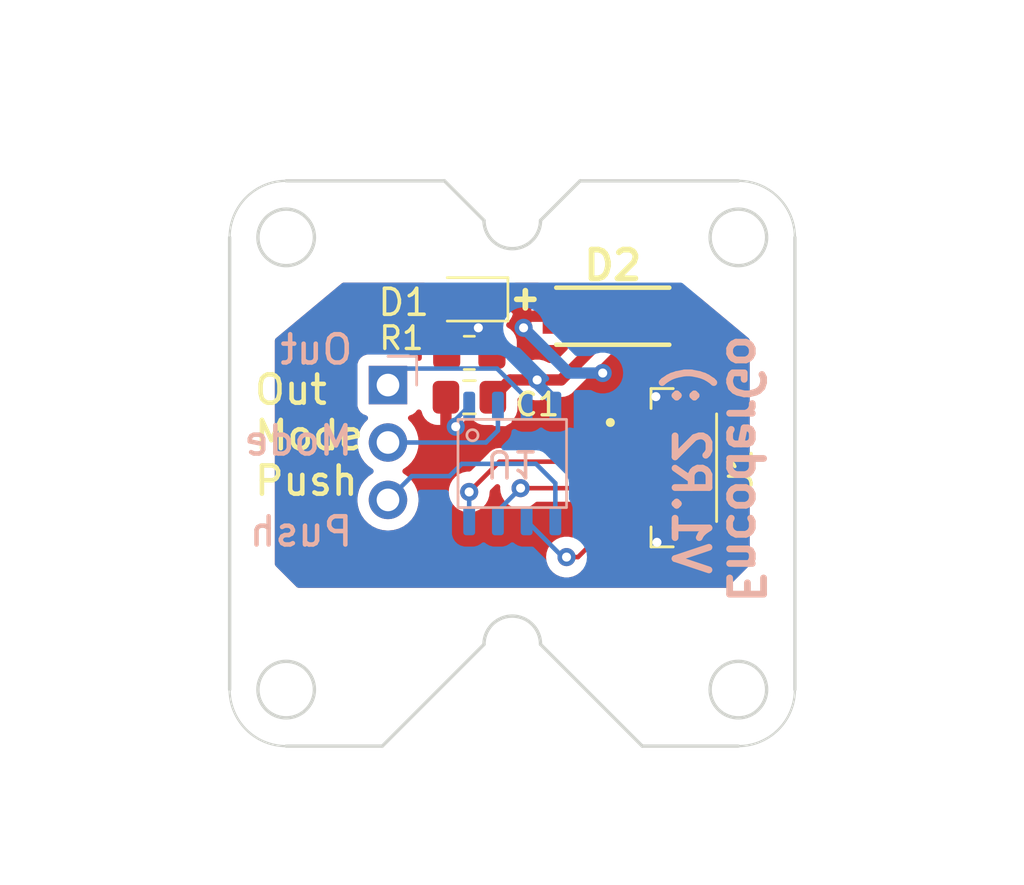
<source format=kicad_pcb>
(kicad_pcb (version 20221018) (generator pcbnew)
  (layers (0 "F.Cu" signal) (31 "B.Cu" signal) (34 "B.Paste" user) (35 "F.Paste" user) (36 "B.SilkS" user "B.Silkscreen") (37 "F.SilkS" user "F.Silkscreen") (38 "B.Mask" user) (39 "F.Mask" user) (44 "Edge.Cuts" user))
  (net 0 "")
  (net 1 "+3.3V")
  (net 2 "GND")
  (net 3 "Net-(D1-A)")
  (net 4 "SDA")
  (net 5 "SCL")
  (net 6 "CS")
  (net 7 "Net-(J2-Pin_1)")
  (net 8 "Net-(J2-Pin_2)")
  (net 9 "Net-(J2-Pin_3)")
  (footprint "Resistor_SMD:R_0805_2012Metric_Pad1.20x1.40mm_HandSolder" (layer "F.Cu") (at 148.100318 95.107832)
    (fp_text reference "R1" (at -3 -0.65) (layer "F.SilkS"))
    (fp_text value "1k")
    (fp_line (start -0.227064 -0.735) (end 0.227064 -0.735) (stroke (width 0.12)) (layer "F.SilkS"))
    (fp_line (start -0.227064 0.735) (end 0.227064 0.735) (stroke (width 0.12)) (layer "F.SilkS"))
    (pad "1" smd roundrect (at -1 0) (size 1.2 1.4) (layers "F.Cu" "F.Paste" "F.Mask") (roundrect_rratio 0.208333) (net 3 "Net-(D1-A)"))
    (pad "2" smd roundrect (at 1 0) (size 1.2 1.4) (layers "F.Cu" "F.Paste" "F.Mask") (roundrect_rratio 0.208333) (net 2 "GND"))
  )
  (footprint "Diode_SMD:D_0805_2012Metric" (layer "F.Cu") (at 148.123001 92.740999 180)
    (fp_text reference "D1" (at 2.925002 -0.134999 180) (layer "F.SilkS") (effects (font (size 1.15 1.15) (thickness 0.16))))
    (fp_text value "LED")
    (fp_line (start -1.685 -0.96) (end -1.685 0.96) (stroke (width 0.12)) (layer "F.SilkS"))
    (fp_line (start -1.685 0.96) (end 1 0.96) (stroke (width 0.12)) (layer "F.SilkS"))
    (fp_line (start 1 -0.96) (end -1.685 -0.96) (stroke (width 0.12)) (layer "F.SilkS"))
    (pad "1" smd roundrect (at -0.9375 0 180) (size 0.975 1.4) (layers "F.Cu" "F.Paste" "F.Mask") (net 1 "+3.3V"))
    (pad "2" smd roundrect (at 0.9375 0 180) (size 0.975 1.4) (layers "F.Cu" "F.Paste" "F.Mask") (net 3 "Net-(D1-A)"))
  )
  (footprint "Capacitor_SMD:C_0805_2012Metric_Pad1.18x1.45mm_HandSolder" (layer "F.Cu") (at 148.104058 97.070701)
    (fp_text reference "C1" (at 3 0.32) (layer "F.SilkS"))
    (fp_text value "0.1uF")
    (fp_line (start -0.261252 -0.735) (end 0.261252 -0.735) (stroke (width 0.12)) (layer "F.SilkS"))
    (fp_line (start -0.261252 0.735) (end 0.261252 0.735) (stroke (width 0.12)) (layer "F.SilkS"))
    (pad "1" smd roundrect (at -1.0375 0) (size 1.175 1.45) (layers "F.Cu" "F.Paste" "F.Mask") (roundrect_rratio 0.212766) (net 1 "+3.3V"))
    (pad "2" smd roundrect (at 1.0375 0) (size 1.175 1.45) (layers "F.Cu" "F.Paste" "F.Mask") (roundrect_rratio 0.212766) (net 2 "GND"))
  )
  (footprint "SnapEDA Library:JST_BM05B-SRSS-TB_LF__SN_" (layer "F.Cu") (at 158.337 100.187 -90)
    (fp_text reference "J1" (at 0.041 -1.769 90) (layer "F.SilkS"))
    (fp_text value "BM05B-SRSS-TB_LF__SN_")
    (fp_line (start -3.5 2.2) (end -3.5 1.22) (stroke (width 0.127)) (layer "F.SilkS"))
    (fp_line (start -2.62 2.2) (end -3.5 2.2) (stroke (width 0.127)) (layer "F.SilkS"))
    (fp_line (start -2.38 -0.7) (end 2.38 -0.7) (stroke (width 0.127)) (layer "F.SilkS"))
    (fp_line (start 3.5 2.2) (end 2.62 2.2) (stroke (width 0.127)) (layer "F.SilkS"))
    (fp_line (start 3.5 2.2) (end 3.5 1.22) (stroke (width 0.127)) (layer "F.SilkS"))
    (fp_circle (center -2 4) (end -1.9 4) (stroke (width 0.2)) (fill none) (layer "F.SilkS"))
    (pad "1" smd rect (at -2 2.525 270) (size 0.6 1.55) (layers "F.Cu" "F.Paste" "F.Mask") (net 6 "CS"))
    (pad "2" smd rect (at -1 2.525 270) (size 0.6 1.55) (layers "F.Cu" "F.Paste" "F.Mask") (net 5 "SCL"))
    (pad "3" smd rect (at 0 2.525 270) (size 0.6 1.55) (layers "F.Cu" "F.Paste" "F.Mask") (net 4 "SDA"))
    (pad "4" smd rect (at 1 2.525 270) (size 0.6 1.55) (layers "F.Cu" "F.Paste" "F.Mask") (net 1 "+3.3V"))
    (pad "5" smd rect (at 2 2.525 270) (size 0.6 1.55) (layers "F.Cu" "F.Paste" "F.Mask") (net 2 "GND"))
    (pad "S1" smd rect (at -3.3 0 270) (size 1.2 1.8) (layers "F.Cu" "F.Paste" "F.Mask") (net 2 "GND"))
    (pad "S2" smd rect (at 3.3 0 270) (size 1.2 1.8) (layers "F.Cu" "F.Paste" "F.Mask") (net 2 "GND"))
  )
  (footprint "aaa_SamacSys_Parts:DIONM5025X225N" (layer "F.Cu") (at 154.445 93.486999)
    (fp_text reference "D2" (at 0 -2.25) (layer "F.SilkS") (effects (font (size 1.27 1.27) (thickness 0.254))))
    (fp_text value "SMAJ6.0CAe3_TR13" hide)
    (fp_line (start -2.5 1.262) (end 2.5 1.262) (stroke (width 0.2)) (layer "F.SilkS"))
    (fp_line (start 2.5 -1.262) (end -2.5 -1.262) (stroke (width 0.2)) (layer "F.SilkS"))
    (pad "1" smd rect (at -2 0 90) (size 1.55 2.2) (layers "F.Cu" "F.Paste" "F.Mask") (net 1 "+3.3V"))
    (pad "2" smd rect (at 2 0 90) (size 1.55 2.2) (layers "F.Cu" "F.Paste" "F.Mask") (net 2 "GND"))
  )
  (footprint "Magntek:MT6701_SOP8" (layer "B.Cu") (at 150 100)
    (fp_text reference "U1" (at -0.016 0.008 180 unlocked) (layer "B.SilkS") (effects (font (size 1.15 1.15) (thickness 0.16)) (justify mirror)))
    (fp_text value "MT6701-SOP8")
    (fp_rect (start -2.4 1.95) (end 2.4 -1.95) (stroke (width 0.12)) (fill none) (layer "B.SilkS"))
    (fp_circle (center -1.760688 -1.24885) (end -1.598307 -1.435694) (stroke (width 0.12)) (fill none) (layer "B.SilkS"))
    (pad "1" smd roundrect (at -1.905 -2.54 180) (size 0.525 1.27) (layers "B.Cu" "B.Paste" "B.Mask") (net 1 "+3.3V"))
    (pad "2" smd roundrect (at -0.635 -2.54 180) (size 0.525 1.27) (layers "B.Cu" "B.Paste" "B.Mask") (net 8 "Net-(J2-Pin_2)"))
    (pad "3" smd roundrect (at 0.635 -2.54 180) (size 0.525 1.27) (layers "B.Cu" "B.Paste" "B.Mask") (net 7 "Net-(J2-Pin_1)"))
    (pad "4" smd roundrect (at 1.905 -2.54 180) (size 0.525 1.27) (layers "B.Cu" "B.Paste" "B.Mask") (net 2 "GND"))
    (pad "5" smd roundrect (at 1.905 2.54 180) (size 0.525 1.27) (layers "B.Cu" "B.Paste" "B.Mask") (net 9 "Net-(J2-Pin_3)"))
    (pad "6" smd roundrect (at 0.635 2.54 180) (size 0.525 1.27) (layers "B.Cu" "B.Paste" "B.Mask") (net 4 "SDA"))
    (pad "7" smd roundrect (at -0.635 2.54 180) (size 0.525 1.27) (layers "B.Cu" "B.Paste" "B.Mask") (net 5 "SCL"))
    (pad "8" smd roundrect (at -1.905 2.54 180) (size 0.525 1.27) (layers "B.Cu" "B.Paste" "B.Mask") (net 6 "CS"))
  )
  (footprint "Connector_PinHeader_2.54mm:PinHeader_1x03_P2.54mm_Horizontal" (layer "B.Cu") (at 144.503 96.531999 180)
    (fp_text reference "J2" hide)
    (fp_text value "optional features")
    (fp_line (start -1.27 0) (end -1.27 1.27) (stroke (width 0.12)) (layer "B.SilkS"))
    (fp_line (start -1.27 1.27) (end 0 1.27) (stroke (width 0.12)) (layer "B.SilkS"))
    (pad "1" thru_hole rect (at 0 0 180) (size 1.7 1.7) (drill 1) (layers "*.Cu" "*.Mask") (net 7 "Net-(J2-Pin_1)"))
    (pad "2" thru_hole oval (at 0 -2.54 180) (size 1.7 1.7) (drill 1) (layers "*.Cu" "*.Mask") (net 8 "Net-(J2-Pin_2)"))
    (pad "3" thru_hole oval (at 0 -5.08 180) (size 1.7 1.7) (drill 1) (layers "*.Cu" "*.Mask") (net 9 "Net-(J2-Pin_3)"))
  )
  (gr_line (start 148.75 108) (end 144.25 112.5) (stroke (width 0.15)) (layer "Edge.Cuts"))
  (gr_line (start 140 87.5) (end 147 87.5) (stroke (width 0.15)) (layer "Edge.Cuts"))
  (gr_line (start 148.75 89.25) (end 147 87.5) (stroke (width 0.15)) (layer "Edge.Cuts"))
  (gr_circle (center 140 110) (end 141.25 110) (stroke (width 0.15)) (fill none) (layer "Edge.Cuts"))
  (gr_line (start 162.5 90) (end 162.5 110) (stroke (width 0.15)) (layer "Edge.Cuts"))
  (gr_circle (center 160 110) (end 161.25 110) (stroke (width 0.15)) (fill none) (layer "Edge.Cuts"))
  (gr_arc (start 148.75 108) (mid 150 106.75) (end 151.25 108) (stroke (width 0.15)) (layer "Edge.Cuts"))
  (gr_line (start 144.25 112.5) (end 140 112.5) (stroke (width 0.15)) (layer "Edge.Cuts"))
  (gr_circle (center 140 90) (end 141.25 90) (stroke (width 0.15)) (fill none) (layer "Edge.Cuts"))
  (gr_arc (start 137.5 90) (mid 138.232233 88.232233) (end 140 87.5) (stroke (width 0.1)) (layer "Edge.Cuts"))
  (gr_line (start 153 87.5) (end 160 87.5) (stroke (width 0.15)) (layer "Edge.Cuts"))
  (gr_arc (start 151.25 89.25) (mid 150 90.5) (end 148.75 89.25) (stroke (width 0.15)) (layer "Edge.Cuts"))
  (gr_arc (start 162.5 110) (mid 161.767767 111.767767) (end 160 112.5) (stroke (width 0.1)) (layer "Edge.Cuts"))
  (gr_line (start 151.25 89.25) (end 153 87.5) (stroke (width 0.15)) (layer "Edge.Cuts"))
  (gr_arc (start 140 112.5) (mid 138.232233 111.767767) (end 137.5 110) (stroke (width 0.1)) (layer "Edge.Cuts"))
  (gr_line (start 160 112.5) (end 155.75 112.5) (stroke (width 0.15)) (layer "Edge.Cuts"))
  (gr_arc (start 160 87.5) (mid 161.767767 88.232233) (end 162.5 90) (stroke (width 0.1)) (layer "Edge.Cuts"))
  (gr_line (start 151.25 108) (end 155.75 112.5) (stroke (width 0.15)) (layer "Edge.Cuts"))
  (gr_line (start 137.5 110) (end 137.5 90) (stroke (width 0.15)) (layer "Edge.Cuts"))
  (gr_circle (center 160 90) (end 161.25 90) (stroke (width 0.15)) (fill none) (layer "Edge.Cuts"))
  (gr_text "EncoderGo\nV1.R2 :)" (at 157 100.24264 270) (layer "B.SilkS") (effects (font (size 1.5 1.5) (thickness 0.3) bold) (justify bottom mirror)))
  (gr_text "Out\n\nMode\n\nPush" (at 143.046978 103.746447) (layer "B.SilkS") (effects (font (size 1.25 1.25) (thickness 0.2)) (justify left bottom mirror)))
  (gr_text "Out\nMode\nPush" (at 138.5 101.5) (layer "F.SilkS") (effects (font (size 1.25 1.25) (thickness 0.2)) (justify left bottom)))
  (gr_text "+" (at 149.794283 93.254823) (layer "F.SilkS") (effects (font (size 1 1) (thickness 0.25) bold) (justify left bottom)))
  (segment (start 150.5 93.5) (end 149.740999 92.740999) (width 0.5) (layer "F.Cu") (net 1))
  (segment (start 149.740999 92.740999) (end 149.060501 92.740999) (width 0.5) (layer "F.Cu") (net 1))
  (segment (start 150.5 94) (end 150.5 93.5) (width 0.5) (layer "F.Cu") (net 1))
  (via (at 150.5 94) (size 0.8) (drill 0.4) (layers "F.Cu" "B.Cu") (net 1))
  (via (at 147.5 98.372499) (size 0.8) (drill 0.4) (layers "F.Cu" "B.Cu") (net 1))
  (via (at 154 96) (size 0.8) (drill 0.4) (layers "F.Cu" "B.Cu") (net 1))
  (segment (start 147.5 98.055) (end 148.095 97.46) (width 0.2) (layer "B.Cu") (net 1))
  (segment (start 150.5 94) (end 152.5 96) (width 0.5) (layer "B.Cu") (net 1))
  (segment (start 147.5 98.372499) (end 147.5 98.055) (width 0.2) (layer "B.Cu") (net 1))
  (segment (start 152.5 96) (end 154 96) (width 0.5) (layer "B.Cu") (net 1))
  (segment (start 148.5 94) (end 149.100318 94.600318) (width 0.5) (layer "F.Cu") (net 2))
  (segment (start 156.506513 96.887) (end 158.337 96.887) (width 0.2) (layer "F.Cu") (net 2))
  (segment (start 155.812 102.899734) (end 155.812 102.187) (width 0.2) (layer "F.Cu") (net 2))
  (segment (start 156.399266 103.487) (end 155.812 102.899734) (width 0.2) (layer "F.Cu") (net 2))
  (segment (start 149.100318 94.600318) (end 149.100318 95.107832) (width 0.5) (layer "F.Cu") (net 2))
  (segment (start 151.09945 96.305886) (end 149.906373 96.305886) (width 0.5) (layer "F.Cu") (net 2))
  (segment (start 151.09945 96.305886) (end 152.160113 96.305886) (width 0.5) (layer "F.Cu") (net 2))
  (segment (start 149.906373 96.305886) (end 149.141558 97.070701) (width 0.5) (layer "F.Cu") (net 2))
  (segment (start 156.399266 103.487) (end 158.337 103.487) (width 0.2) (layer "F.Cu") (net 2))
  (segment (start 152.160113 96.305886) (end 154.979 93.486999) (width 0.5) (layer "F.Cu") (net 2))
  (segment (start 156.350014 97.043499) (end 156.506513 96.887) (width 0.2) (layer "F.Cu") (net 2))
  (segment (start 154.979 93.486999) (end 156.445 93.486999) (width 0.5) (layer "F.Cu") (net 2))
  (via (at 156.350014 97.043499) (size 0.8) (drill 0.4) (layers "F.Cu" "B.Cu") (net 2))
  (via (at 148.5 94) (size 0.8) (drill 0.4) (layers "F.Cu" "B.Cu") (net 2))
  (via (at 151.09945 96.305886) (size 0.8) (drill 0.4) (layers "F.Cu" "B.Cu") (net 2))
  (via (at 156.399266 103.487) (size 0.8) (drill 0.4) (layers "F.Cu" "B.Cu") (net 2))
  (segment (start 151.905 97.272988) (end 151.905 97.46) (width 0.5) (layer "B.Cu") (net 2))
  (segment (start 151.09945 96.467438) (end 151.905 97.272988) (width 0.5) (layer "B.Cu") (net 2))
  (segment (start 151.09945 96.305886) (end 151.09945 96.467438) (width 0.5) (layer "B.Cu") (net 2))
  (segment (start 147.185501 95.022649) (end 147.100318 95.107832) (width 0.5) (layer "F.Cu") (net 3))
  (segment (start 147.185501 92.740999) (end 147.185501 95.022649) (width 0.5) (layer "F.Cu") (net 3))
  (segment (start 153.416 101.908) (end 155.137 100.187) (width 0.2) (layer "F.Cu") (net 4))
  (segment (start 152.4 104.14) (end 152.908 104.14) (width 0.2) (layer "F.Cu") (net 4))
  (segment (start 152.908 104.14) (end 153.416 103.632) (width 0.2) (layer "F.Cu") (net 4))
  (segment (start 153.416 103.632) (end 153.416 101.908) (width 0.2) (layer "F.Cu") (net 4))
  (segment (start 155.137 100.187) (end 155.812 100.187) (width 0.2) (layer "F.Cu") (net 4))
  (via (at 152.4 104.14) (size 0.8) (drill 0.4) (layers "F.Cu" "B.Cu") (net 4))
  (segment (start 152.4 104.14) (end 152.235 104.14) (width 0.2) (layer "B.Cu") (net 4))
  (segment (start 152.235 104.14) (end 150.635 102.54) (width 0.2) (layer "B.Cu") (net 4))
  (segment (start 150.368 101.092) (end 152.597024 101.092) (width 0.2) (layer "F.Cu") (net 5))
  (segment (start 154.502024 99.187) (end 155.812 99.187) (width 0.2) (layer "F.Cu") (net 5))
  (segment (start 152.597024 101.092) (end 154.502024 99.187) (width 0.2) (layer "F.Cu") (net 5))
  (via (at 150.368 101.092) (size 0.8) (drill 0.4) (layers "F.Cu" "B.Cu") (net 5))
  (segment (start 149.365 102.095) (end 149.365 102.54) (width 0.2) (layer "B.Cu") (net 5))
  (segment (start 150.368 101.092) (end 149.365 102.095) (width 0.2) (layer "B.Cu") (net 5))
  (segment (start 148.093836 101.259094) (end 149.433124 99.919806) (width 0.2) (layer "F.Cu") (net 6))
  (segment (start 152.232562 99.919806) (end 153.965368 98.187) (width 0.2) (layer "F.Cu") (net 6))
  (segment (start 153.965368 98.187) (end 155.812 98.187) (width 0.2) (layer "F.Cu") (net 6))
  (segment (start 149.433124 99.919806) (end 152.232562 99.919806) (width 0.2) (layer "F.Cu") (net 6))
  (via (at 148.093836 101.259094) (size 0.8) (drill 0.4) (layers "F.Cu" "B.Cu") (net 6))
  (segment (start 148.093836 101.259094) (end 148.093836 102.538836) (width 0.2) (layer "B.Cu") (net 6))
  (segment (start 148.093836 102.538836) (end 148.095 102.54) (width 0.2) (layer "B.Cu") (net 6))
  (segment (start 144.503 96.531999) (end 145.23224 95.802759) (width 0.2) (layer "B.Cu") (net 7))
  (segment (start 145.23224 95.802759) (end 149.32776 95.802759) (width 0.2) (layer "B.Cu") (net 7))
  (segment (start 150.635 97.109999) (end 150.635 97.46) (width 0.2) (layer "B.Cu") (net 7))
  (segment (start 149.32776 95.802759) (end 150.635 97.109999) (width 0.2) (layer "B.Cu") (net 7))
  (segment (start 149.365 98.541999) (end 149.365 97.46) (width 0.2) (layer "B.Cu") (net 8))
  (segment (start 148.835 99.071999) (end 149.365 98.541999) (width 0.2) (layer "B.Cu") (net 8))
  (segment (start 144.503 99.071999) (end 148.835 99.071999) (width 0.2) (layer "B.Cu") (net 8))
  (segment (start 147.763786 100.017478) (end 151.048567 100.017478) (width 0.2) (layer "B.Cu") (net 9))
  (segment (start 144.503 101.611999) (end 145.555905 100.559094) (width 0.2) (layer "B.Cu") (net 9))
  (segment (start 145.555905 100.559094) (end 147.22217 100.559094) (width 0.2) (layer "B.Cu") (net 9))
  (segment (start 151.048567 100.017478) (end 151.905 100.873911) (width 0.2) (layer "B.Cu") (net 9))
  (segment (start 151.905 100.873911) (end 151.905 102.54) (width 0.2) (layer "B.Cu") (net 9))
  (segment (start 147.22217 100.559094) (end 147.763786 100.017478) (width 0.2) (layer "B.Cu") (net 9))
  (zone (net 0) (net_name "") (layer "F.Cu") (connect_pads (clearance 0)) (min_thickness 0.25)
    (keepout (tracks allowed) (vias allowed) (pads allowed) (copperpour not_allowed) (footprints allowed))
    (fill (thermal_gap 0.5) (thermal_bridge_width 0.5))
    (polygon (pts (xy 149.966 96.690999) (xy 149.198839 96.742309) (xy 148.67107 97.294914) (xy 148.67107 97.791638) (xy 149.201943 98.344244) (xy 149.698667 98.350453) (xy 149.966 98.190999)))
  )
  (zone (net 1) (net_name "+3.3V") (layer "F.Cu") (priority 1) (connect_pads (clearance 0.5)) (min_thickness 0.25) (fill yes (thermal_gap 0.5) (thermal_bridge_width 0.5))
    (polygon (pts (xy 150 92) (xy 142.5 92) (xy 139.5 94.5) (xy 139.5 104.5) (xy 140.5 105.5) (xy 143.5 105.5) (xy 147 105.5) (xy 153 105.5) (xy 156.5 105.5) (xy 159.5 105.5) (xy 160.5 104.5) (xy 160.5 94.5) (xy 157.5 92)))
  )
  (zone (net 0) (net_name "") (layer "B.Cu") (connect_pads (clearance 0)) (min_thickness 0.25)
    (keepout (tracks allowed) (vias allowed) (pads allowed) (copperpour not_allowed) (footprints allowed))
    (fill (thermal_gap 0.5) (thermal_bridge_width 0.5))
    (polygon (pts (xy 152.216 96.440999) (xy 151.466 97.440999) (xy 151.466 98.190999) (xy 152.716 98.440999) (xy 152.716 96.440999)))
  )
  (zone (net 2) (net_name "GND") (layer "B.Cu") (connect_pads (clearance 0.5)) (min_thickness 0.25) (fill yes (thermal_gap 0.5) (thermal_bridge_width 0.5))
    (polygon (pts (xy 140.5 105.5) (xy 140 105) (xy 139.5 104.5) (xy 139.5 94.5) (xy 142.5 92) (xy 150 92) (xy 157.5 92) (xy 160.5 94.5) (xy 160.5 104.5) (xy 159.5 105.5) (xy 156 105.5) (xy 153 105.5) (xy 147 105.5) (xy 144 105.5)))
  )
)
</source>
